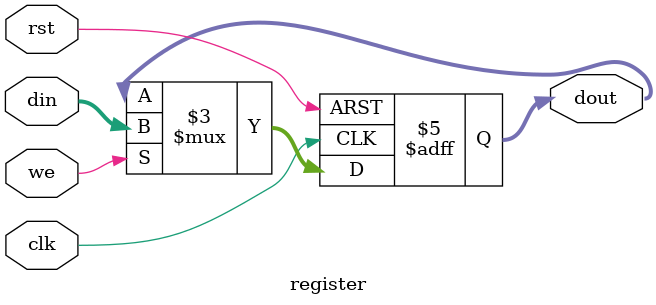
<source format=v>
`timescale 1ns / 1ps


module register
    #(parameter WIDTH = 32)
    (
    input [WIDTH-1:0] din,
    input we,
    input rst,
    input clk,
    output reg [WIDTH-1:0] dout
    );
    always @ (posedge clk or posedge rst)
    begin
        if (rst)
        begin
            dout <= 0;
        end
        else if (we)
        begin
            dout <= din;
        end
    end
    
    initial
    begin
        dout <= 0;
    end
endmodule

</source>
